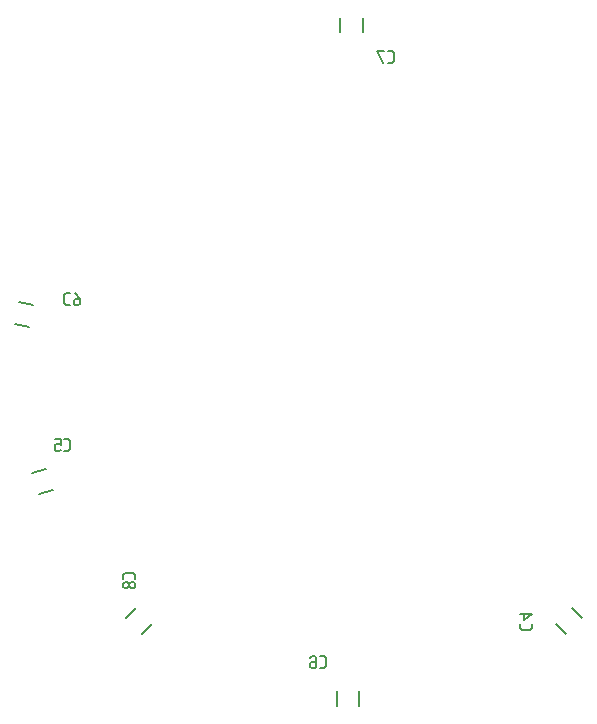
<source format=gbr>
G04 start of page 9 for group -4078 idx -4078 *
G04 Title: (unknown), bottomsilk *
G04 Creator: pcb 4.2.0 *
G04 CreationDate: Fri Jan  3 20:58:43 2020 UTC *
G04 For: blinken *
G04 Format: Gerber/RS-274X *
G04 PCB-Dimensions (mil): 3149.61 3149.61 *
G04 PCB-Coordinate-Origin: lower left *
%MOIN*%
%FSLAX25Y25*%
%LNBOTTOMSILK*%
%ADD59C,0.0080*%
G54D59*X86903Y67511D02*X90244Y70852D01*
X81614Y72800D02*X84955Y76141D01*
X159193Y48353D02*Y43629D01*
X151713D02*X151713Y48353D01*
X152862Y272762D02*Y268038D01*
X160342Y272762D02*Y268038D01*
X44607Y170697D02*X49259Y169877D01*
X45906Y178063D02*X50558Y177243D01*
X57091Y115453D02*X52598Y113993D01*
X54779Y122567D02*X50286Y121107D01*
X233391Y72892D02*X230051Y76233D01*
X228102Y67603D02*X224762Y70943D01*
X61593Y181107D02*X62893D01*
X60893Y180407D02*X61593Y181107D01*
X60893Y177807D02*Y180407D01*
Y177807D02*X61593Y177107D01*
X62893D01*
X64593Y181107D02*X66093Y179107D01*
Y177607D02*Y179107D01*
X65593Y177107D02*X66093Y177607D01*
X64593Y177107D02*X65593D01*
X64093Y177607D02*X64593Y177107D01*
X64093Y177607D02*Y178607D01*
X64593Y179107D01*
X66093D01*
X84509Y85886D02*Y87186D01*
X83809Y87886D02*X84509Y87186D01*
X81209Y87886D02*X83809D01*
X81209D02*X80509Y87186D01*
Y85886D02*Y87186D01*
X84009Y84686D02*X84509Y84186D01*
X83209Y84686D02*X84009D01*
X83209D02*X82509Y83986D01*
Y83386D02*Y83986D01*
Y83386D02*X83209Y82686D01*
X84009D01*
X84509Y83186D02*X84009Y82686D01*
X84509Y83186D02*Y84186D01*
X81809Y84686D02*X82509Y83986D01*
X81009Y84686D02*X81809D01*
X81009D02*X80509Y84186D01*
Y83186D02*Y84186D01*
Y83186D02*X81009Y82686D01*
X81809D01*
X82509Y83386D02*X81809Y82686D01*
X60923Y128406D02*X62223D01*
X62923Y129106D02*X62223Y128406D01*
X62923Y129106D02*Y131706D01*
X62223Y132406D01*
X60923D02*X62223D01*
X57723D02*X59723D01*
Y130406D02*Y132406D01*
Y130406D02*X59223Y130906D01*
X58223D02*X59223D01*
X58223D02*X57723Y130406D01*
Y128906D02*Y130406D01*
X58223Y128406D02*X57723Y128906D01*
X58223Y128406D02*X59223D01*
X59723Y128906D02*X59223Y128406D01*
X146002Y56082D02*X147302D01*
X148002Y56782D02*X147302Y56082D01*
X148002Y56782D02*Y59382D01*
X147302Y60082D01*
X146002D02*X147302D01*
X143302D02*X142802Y59582D01*
X143302Y60082D02*X144302D01*
X144802Y59582D02*X144302Y60082D01*
X144802Y56582D02*Y59582D01*
Y56582D02*X144302Y56082D01*
X143302Y58282D02*X142802Y57782D01*
X143302Y58282D02*X144802D01*
X143302Y56082D02*X144302D01*
X143302D02*X142802Y56582D01*
Y57782D01*
X168725Y257902D02*X170025D01*
X170725Y258602D02*X170025Y257902D01*
X170725Y258602D02*Y261202D01*
X170025Y261902D01*
X168725D02*X170025D01*
X167025Y257902D02*X165025Y261902D01*
X167525D01*
X212752Y69485D02*Y70785D01*
X213452Y68785D02*X212752Y69485D01*
X213452Y68785D02*X216052D01*
X216752Y69485D01*
Y70785D01*
X214252Y71985D02*X216752Y73985D01*
X214252Y71985D02*Y74485D01*
X212752Y73985D02*X216752D01*
M02*

</source>
